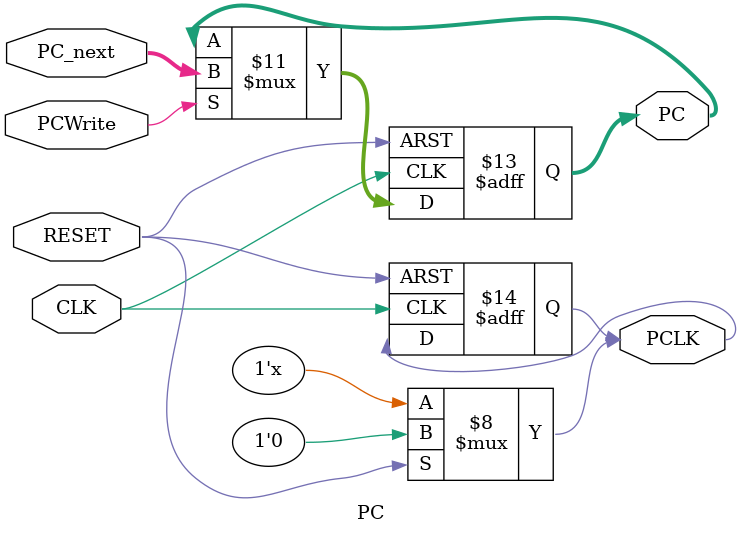
<source format=v>
module PC (
	input CLK, RESET, PCWrite,
	input [31:0] PC_next,
	output reg [31:0] PC,
	output reg PCLK
	);

always @(posedge RESET or posedge CLK)
begin
	if (RESET == 1'b1) begin
		PC <= 32'hfffffffc;
		PCLK <= 1'b0;
	end
	else
	begin 
		if (PCWrite == 1'b1)
		begin
			PC <= PC_next;
		end
		else
		begin
			PC <= PC;
		end
	end
end

always@(CLK) begin 
	if (RESET == 1'b1) begin
		PCLK <= 1'b0;
	end
	else begin
		PCLK <= (!PCLK); 
	end
end

endmodule

</source>
